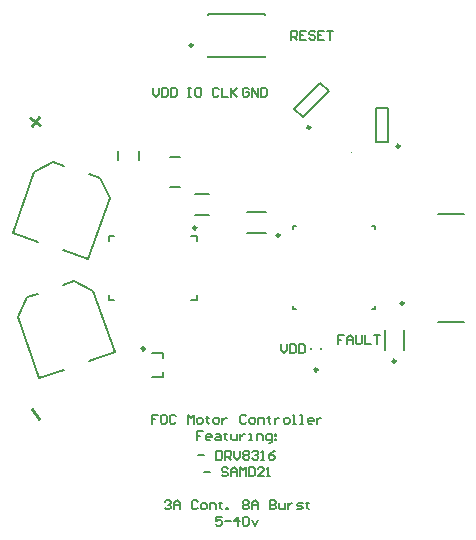
<source format=gto>
G04*
G04 #@! TF.GenerationSoftware,Altium Limited,Altium Designer,21.5.1 (32)*
G04*
G04 Layer_Color=65535*
%FSLAX25Y25*%
%MOIN*%
G70*
G04*
G04 #@! TF.SameCoordinates,FF93E5F0-650B-4124-AEF6-32342CE94767*
G04*
G04*
G04 #@! TF.FilePolarity,Positive*
G04*
G01*
G75*
%ADD10C,0.00984*%
%ADD11C,0.00394*%
%ADD12C,0.00787*%
%ADD13C,0.00800*%
%ADD14C,0.01000*%
D10*
X52992Y-31087D02*
G03*
X52992Y-31087I-492J0D01*
G01*
X-14665Y74154D02*
G03*
X-14665Y74154I-492J0D01*
G01*
X14349Y10827D02*
G03*
X14349Y10827I-492J0D01*
G01*
X55661Y-11890D02*
G03*
X55661Y-11890I-492J0D01*
G01*
X26992Y-33988D02*
G03*
X26992Y-33988I-492J0D01*
G01*
X-13433Y13287D02*
G03*
X-13433Y13287I-492J0D01*
G01*
X-30642Y-26988D02*
G03*
X-30642Y-26988I-492J0D01*
G01*
X54307Y40512D02*
G03*
X54307Y40512I-492J0D01*
G01*
X24518Y46813D02*
G03*
X24518Y46813I-492J0D01*
G01*
D11*
X38461Y38520D02*
G03*
X38461Y38520I-197J0D01*
G01*
D12*
X49350Y-27347D02*
Y-20653D01*
X55650Y-27347D02*
Y-20653D01*
X-9449Y70413D02*
X9449D01*
Y84291D02*
Y84587D01*
Y70413D02*
Y70709D01*
X-9449Y84587D02*
X9449D01*
X-9449Y84291D02*
Y84587D01*
Y70413D02*
Y70709D01*
X45295Y-13779D02*
X46279D01*
Y-12795D01*
X45295Y13780D02*
X46279D01*
Y12795D02*
Y13780D01*
X18721Y-13779D02*
X19705D01*
X18721D02*
Y-12795D01*
Y13780D02*
X19705D01*
X18721Y12795D02*
Y13780D01*
X3350Y18445D02*
X9650D01*
X3350Y11555D02*
X9650D01*
X67020Y-17992D02*
X75681D01*
X67020Y17992D02*
X75681D01*
X24728Y-27197D02*
Y-26803D01*
X28272Y-27197D02*
Y-26803D01*
X-15106Y10728D02*
X-13335D01*
Y8957D02*
Y10728D01*
Y-10728D02*
Y-8957D01*
X-15106Y-10728D02*
X-13335D01*
X-42665D02*
X-40894D01*
X-42665D02*
Y-8957D01*
Y10728D02*
X-40894D01*
X-42665Y8957D02*
Y10728D01*
X-39555Y35931D02*
Y39069D01*
X-32445Y35931D02*
Y39069D01*
X-13764Y17555D02*
X-9236D01*
X-13764Y24445D02*
X-9236D01*
X-28083Y-28563D02*
X-24539D01*
Y-30138D02*
Y-28563D01*
X-28083Y-36437D02*
X-24539D01*
Y-34862D01*
X-22075Y36961D02*
X-18925D01*
X-22075Y27039D02*
X-18925D01*
X46532Y41791D02*
X50468D01*
X46532Y53209D02*
X50468D01*
Y41791D02*
Y53209D01*
X46532Y41791D02*
Y53209D01*
X19293Y53077D02*
X22077Y50293D01*
X27923Y61707D02*
X30707Y58923D01*
X22077Y50293D02*
X30707Y58923D01*
X19293Y53077D02*
X27923Y61707D01*
X-49224Y31106D02*
X-45501Y29825D01*
X-42328Y23319D01*
X-67642Y32035D02*
X-61136Y35208D01*
X-57413Y33926D01*
X-49378Y2845D02*
X-42328Y23319D01*
X-57940Y5793D02*
X-49378Y2845D01*
X-74691Y11561D02*
X-66129Y8613D01*
X-74691Y11561D02*
X-67642Y32035D01*
X-57940Y-5793D02*
X-54217Y-4511D01*
X-47712Y-7684D01*
X-73025Y-16400D02*
X-69852Y-9895D01*
X-66129Y-8613D01*
X-47712Y-7684D02*
X-40662Y-28158D01*
X-49224Y-31106D02*
X-40662Y-28158D01*
X-65975Y-36874D02*
X-57413Y-33926D01*
X-73025Y-16400D02*
X-65975Y-36874D01*
D13*
X18300Y76000D02*
Y79000D01*
X19800D01*
X20299Y78500D01*
Y77500D01*
X19800Y77000D01*
X18300D01*
X19300D02*
X20299Y76000D01*
X23298Y79000D02*
X21299D01*
Y76000D01*
X23298D01*
X21299Y77500D02*
X22299D01*
X26297Y78500D02*
X25798Y79000D01*
X24798D01*
X24298Y78500D01*
Y78000D01*
X24798Y77500D01*
X25798D01*
X26297Y77000D01*
Y76500D01*
X25798Y76000D01*
X24798D01*
X24298Y76500D01*
X29296Y79000D02*
X27297D01*
Y76000D01*
X29296D01*
X27297Y77500D02*
X28297D01*
X30296Y79000D02*
X32296D01*
X31296D01*
Y76000D01*
X-26241Y-48944D02*
X-28241D01*
Y-50444D01*
X-27241D01*
X-28241D01*
Y-51943D01*
X-23742Y-48944D02*
X-24742D01*
X-25242Y-49444D01*
Y-51443D01*
X-24742Y-51943D01*
X-23742D01*
X-23243Y-51443D01*
Y-49444D01*
X-23742Y-48944D01*
X-20244Y-49444D02*
X-20743Y-48944D01*
X-21743D01*
X-22243Y-49444D01*
Y-51443D01*
X-21743Y-51943D01*
X-20743D01*
X-20244Y-51443D01*
X-16245Y-51943D02*
Y-48944D01*
X-15245Y-49944D01*
X-14245Y-48944D01*
Y-51943D01*
X-12746D02*
X-11746D01*
X-11246Y-51443D01*
Y-50444D01*
X-11746Y-49944D01*
X-12746D01*
X-13246Y-50444D01*
Y-51443D01*
X-12746Y-51943D01*
X-9747Y-49444D02*
Y-49944D01*
X-10247D01*
X-9247D01*
X-9747D01*
Y-51443D01*
X-9247Y-51943D01*
X-7248D02*
X-6248D01*
X-5748Y-51443D01*
Y-50444D01*
X-6248Y-49944D01*
X-7248D01*
X-7747Y-50444D01*
Y-51443D01*
X-7248Y-51943D01*
X-4749Y-49944D02*
Y-51943D01*
Y-50943D01*
X-4249Y-50444D01*
X-3749Y-49944D01*
X-3249D01*
X3249Y-49444D02*
X2749Y-48944D01*
X1749D01*
X1250Y-49444D01*
Y-51443D01*
X1749Y-51943D01*
X2749D01*
X3249Y-51443D01*
X4749Y-51943D02*
X5748D01*
X6248Y-51443D01*
Y-50444D01*
X5748Y-49944D01*
X4749D01*
X4249Y-50444D01*
Y-51443D01*
X4749Y-51943D01*
X7248D02*
Y-49944D01*
X8747D01*
X9247Y-50444D01*
Y-51943D01*
X10746Y-49444D02*
Y-49944D01*
X10247D01*
X11246D01*
X10746D01*
Y-51443D01*
X11246Y-51943D01*
X12746Y-49944D02*
Y-51943D01*
Y-50943D01*
X13246Y-50444D01*
X13746Y-49944D01*
X14245D01*
X16245Y-51943D02*
X17244D01*
X17744Y-51443D01*
Y-50444D01*
X17244Y-49944D01*
X16245D01*
X15745Y-50444D01*
Y-51443D01*
X16245Y-51943D01*
X18744D02*
X19744D01*
X19244D01*
Y-48944D01*
X18744D01*
X21243Y-51943D02*
X22243D01*
X21743D01*
Y-48944D01*
X21243D01*
X25242Y-51943D02*
X24242D01*
X23742Y-51443D01*
Y-50444D01*
X24242Y-49944D01*
X25242D01*
X25742Y-50444D01*
Y-50943D01*
X23742D01*
X26741Y-49944D02*
Y-51943D01*
Y-50943D01*
X27241Y-50444D01*
X27741Y-49944D01*
X28241D01*
X-11246Y-54463D02*
X-13246D01*
Y-55963D01*
X-12246D01*
X-13246D01*
Y-57462D01*
X-8747D02*
X-9747D01*
X-10247Y-56962D01*
Y-55963D01*
X-9747Y-55463D01*
X-8747D01*
X-8247Y-55963D01*
Y-56462D01*
X-10247D01*
X-6748Y-55463D02*
X-5748D01*
X-5248Y-55963D01*
Y-57462D01*
X-6748D01*
X-7248Y-56962D01*
X-6748Y-56462D01*
X-5248D01*
X-3749Y-54963D02*
Y-55463D01*
X-4249D01*
X-3249D01*
X-3749D01*
Y-56962D01*
X-3249Y-57462D01*
X-1749Y-55463D02*
Y-56962D01*
X-1250Y-57462D01*
X250D01*
Y-55463D01*
X1250D02*
Y-57462D01*
Y-56462D01*
X1749Y-55963D01*
X2249Y-55463D01*
X2749D01*
X4249Y-57462D02*
X5248D01*
X4749D01*
Y-55463D01*
X4249D01*
X6748Y-57462D02*
Y-55463D01*
X8247D01*
X8747Y-55963D01*
Y-57462D01*
X10746Y-58462D02*
X11246D01*
X11746Y-57962D01*
Y-55463D01*
X10247D01*
X9747Y-55963D01*
Y-56962D01*
X10247Y-57462D01*
X11746D01*
X12746Y-55463D02*
X13246D01*
Y-55963D01*
X12746D01*
Y-55463D01*
Y-56962D02*
X13246D01*
Y-57462D01*
X12746D01*
Y-56962D01*
X-12746Y-62481D02*
X-10746D01*
X-6748Y-60982D02*
Y-63981D01*
X-5248D01*
X-4749Y-63481D01*
Y-61481D01*
X-5248Y-60982D01*
X-6748D01*
X-3749Y-63981D02*
Y-60982D01*
X-2249D01*
X-1749Y-61481D01*
Y-62481D01*
X-2249Y-62981D01*
X-3749D01*
X-2749D02*
X-1749Y-63981D01*
X-750Y-60982D02*
Y-62981D01*
X250Y-63981D01*
X1250Y-62981D01*
Y-60982D01*
X2249Y-61481D02*
X2749Y-60982D01*
X3749D01*
X4249Y-61481D01*
Y-61981D01*
X3749Y-62481D01*
X4249Y-62981D01*
Y-63481D01*
X3749Y-63981D01*
X2749D01*
X2249Y-63481D01*
Y-62981D01*
X2749Y-62481D01*
X2249Y-61981D01*
Y-61481D01*
X2749Y-62481D02*
X3749D01*
X5248Y-61481D02*
X5748Y-60982D01*
X6748D01*
X7248Y-61481D01*
Y-61981D01*
X6748Y-62481D01*
X6248D01*
X6748D01*
X7248Y-62981D01*
Y-63481D01*
X6748Y-63981D01*
X5748D01*
X5248Y-63481D01*
X8247Y-63981D02*
X9247D01*
X8747D01*
Y-60982D01*
X8247Y-61481D01*
X12746Y-60982D02*
X11746Y-61481D01*
X10746Y-62481D01*
Y-63481D01*
X11246Y-63981D01*
X12246D01*
X12746Y-63481D01*
Y-62981D01*
X12246Y-62481D01*
X10746D01*
X-10996Y-68000D02*
X-8997D01*
X-2999Y-67000D02*
X-3499Y-66500D01*
X-4499D01*
X-4998Y-67000D01*
Y-67500D01*
X-4499Y-68000D01*
X-3499D01*
X-2999Y-68500D01*
Y-68999D01*
X-3499Y-69499D01*
X-4499D01*
X-4998Y-68999D01*
X-1999Y-69499D02*
Y-67500D01*
X-1000Y-66500D01*
X0Y-67500D01*
Y-69499D01*
Y-68000D01*
X-1999D01*
X1000Y-69499D02*
Y-66500D01*
X1999Y-67500D01*
X2999Y-66500D01*
Y-69499D01*
X3999Y-66500D02*
Y-69499D01*
X5498D01*
X5998Y-68999D01*
Y-67000D01*
X5498Y-66500D01*
X3999D01*
X8997Y-69499D02*
X6998D01*
X8997Y-67500D01*
Y-67000D01*
X8497Y-66500D01*
X7498D01*
X6998Y-67000D01*
X9997Y-69499D02*
X10996D01*
X10497D01*
Y-66500D01*
X9997Y-67000D01*
X-23992Y-78038D02*
X-23492Y-77538D01*
X-22493D01*
X-21993Y-78038D01*
Y-78538D01*
X-22493Y-79037D01*
X-22993D01*
X-22493D01*
X-21993Y-79537D01*
Y-80037D01*
X-22493Y-80537D01*
X-23492D01*
X-23992Y-80037D01*
X-20993Y-80537D02*
Y-78538D01*
X-19994Y-77538D01*
X-18994Y-78538D01*
Y-80537D01*
Y-79037D01*
X-20993D01*
X-12996Y-78038D02*
X-13496Y-77538D01*
X-14495D01*
X-14995Y-78038D01*
Y-80037D01*
X-14495Y-80537D01*
X-13496D01*
X-12996Y-80037D01*
X-11496Y-80537D02*
X-10497D01*
X-9997Y-80037D01*
Y-79037D01*
X-10497Y-78538D01*
X-11496D01*
X-11996Y-79037D01*
Y-80037D01*
X-11496Y-80537D01*
X-8997D02*
Y-78538D01*
X-7498D01*
X-6998Y-79037D01*
Y-80537D01*
X-5498Y-78038D02*
Y-78538D01*
X-5998D01*
X-4998D01*
X-5498D01*
Y-80037D01*
X-4998Y-80537D01*
X-3499D02*
Y-80037D01*
X-2999D01*
Y-80537D01*
X-3499D01*
X1999Y-78038D02*
X2499Y-77538D01*
X3499D01*
X3999Y-78038D01*
Y-78538D01*
X3499Y-79037D01*
X3999Y-79537D01*
Y-80037D01*
X3499Y-80537D01*
X2499D01*
X1999Y-80037D01*
Y-79537D01*
X2499Y-79037D01*
X1999Y-78538D01*
Y-78038D01*
X2499Y-79037D02*
X3499D01*
X4998Y-80537D02*
Y-78538D01*
X5998Y-77538D01*
X6998Y-78538D01*
Y-80537D01*
Y-79037D01*
X4998D01*
X10996Y-77538D02*
Y-80537D01*
X12496D01*
X12996Y-80037D01*
Y-79537D01*
X12496Y-79037D01*
X10996D01*
X12496D01*
X12996Y-78538D01*
Y-78038D01*
X12496Y-77538D01*
X10996D01*
X13995Y-78538D02*
Y-80037D01*
X14495Y-80537D01*
X15995D01*
Y-78538D01*
X16995D02*
Y-80537D01*
Y-79537D01*
X17494Y-79037D01*
X17994Y-78538D01*
X18494D01*
X19994Y-80537D02*
X21493D01*
X21993Y-80037D01*
X21493Y-79537D01*
X20493D01*
X19994Y-79037D01*
X20493Y-78538D01*
X21993D01*
X23492Y-78038D02*
Y-78538D01*
X22993D01*
X23992D01*
X23492D01*
Y-80037D01*
X23992Y-80537D01*
X-4998Y-83057D02*
X-6998D01*
Y-84556D01*
X-5998Y-84057D01*
X-5498D01*
X-4998Y-84556D01*
Y-85556D01*
X-5498Y-86056D01*
X-6498D01*
X-6998Y-85556D01*
X-3999Y-84556D02*
X-1999D01*
X500Y-86056D02*
Y-83057D01*
X-1000Y-84556D01*
X1000D01*
X1999Y-83557D02*
X2499Y-83057D01*
X3499D01*
X3999Y-83557D01*
Y-85556D01*
X3499Y-86056D01*
X2499D01*
X1999Y-85556D01*
Y-83557D01*
X4998Y-84057D02*
X5998Y-86056D01*
X6998Y-84057D01*
X35704Y-22501D02*
X33705D01*
Y-24000D01*
X34704D01*
X33705D01*
Y-25499D01*
X36704D02*
Y-23500D01*
X37703Y-22501D01*
X38703Y-23500D01*
Y-25499D01*
Y-24000D01*
X36704D01*
X39703Y-22501D02*
Y-25000D01*
X40202Y-25499D01*
X41202D01*
X41702Y-25000D01*
Y-22501D01*
X42702D02*
Y-25499D01*
X44701D01*
X45701Y-22501D02*
X47700D01*
X46700D01*
Y-25499D01*
X14703Y-25501D02*
Y-27500D01*
X15702Y-28499D01*
X16702Y-27500D01*
Y-25501D01*
X17702D02*
Y-28499D01*
X19201D01*
X19701Y-28000D01*
Y-26000D01*
X19201Y-25501D01*
X17702D01*
X20701D02*
Y-28499D01*
X22200D01*
X22700Y-28000D01*
Y-26000D01*
X22200Y-25501D01*
X20701D01*
X-27999Y60000D02*
Y58000D01*
X-26999Y57000D01*
X-25999Y58000D01*
Y60000D01*
X-25000D02*
Y57000D01*
X-23500D01*
X-23000Y57500D01*
Y59500D01*
X-23500Y60000D01*
X-25000D01*
X-22001D02*
Y57000D01*
X-20501D01*
X-20001Y57500D01*
Y59500D01*
X-20501Y60000D01*
X-22001D01*
X-16249D02*
X-15250D01*
X-15749D01*
Y57000D01*
X-16249D01*
X-15250D01*
X-12251Y60000D02*
X-13250D01*
X-13750Y59500D01*
Y57500D01*
X-13250Y57000D01*
X-12251D01*
X-11751Y57500D01*
Y59500D01*
X-12251Y60000D01*
X-5999Y59500D02*
X-6499Y60000D01*
X-7499D01*
X-7999Y59500D01*
Y57500D01*
X-7499Y57000D01*
X-6499D01*
X-5999Y57500D01*
X-5000Y60000D02*
Y57000D01*
X-3000D01*
X-2001Y60000D02*
Y57000D01*
Y58000D01*
X-1Y60000D01*
X-1501Y58500D01*
X-1Y57000D01*
X4001Y59500D02*
X3501Y60000D01*
X2501D01*
X2001Y59500D01*
Y57500D01*
X2501Y57000D01*
X3501D01*
X4001Y57500D01*
Y58500D01*
X3001D01*
X5000Y57000D02*
Y60000D01*
X7000Y57000D01*
Y60000D01*
X7999D02*
Y57000D01*
X9499D01*
X9999Y57500D01*
Y59500D01*
X9499Y60000D01*
X7999D01*
D14*
X-68324Y-47169D02*
X-65973Y-50404D01*
Y50404D02*
X-68324Y47169D01*
X-65531Y47611D02*
X-68766Y49961D01*
M02*

</source>
